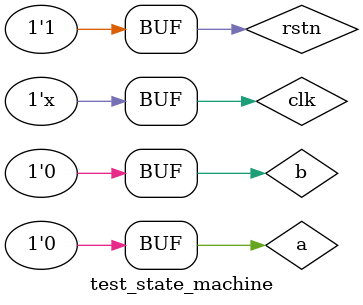
<source format=v>
`timescale 1ns / 1ps


module test_state_machine();
    reg rstn;
    reg clk;
    reg a;
    reg b;
    wire out;
    wire err;

    state_machine inside_state_machine(
        .rstn(rstn),
        .clk(clk),
        .a(a),
        .b(b),
        .out(out),
        .err(err)
    );

    initial begin
        clk = 1;
        rstn = 1;
        a = 0;
        b = 0;
        #0.1;
        rstn = 0;
        #0.9;
        rstn = 1;
        a = 1; b = 1; // s1
        #2 a = 0; b = 1; // s3
        #2 a = 0; b = 0; // s2
        #2 a = 0; b = 0; // s1
        #2 a = 1; b = 0; // s4
        #2 a = 1; b = 0; // s3
        #2 a = 1; b = 0; // s4
        #2 a = 1; b = 1; //error at s4
        #2 a = 0; b = 1; // s5
        #2 a = 0; b = 0; // s5
        #2 a = 1; b = 1; // error at s5
        #2 a = 1; b = 0; // s0
        #2 a = 0; b = 0; // s5
    end

    always begin
        #1 clk = ~clk;
    end

endmodule

</source>
